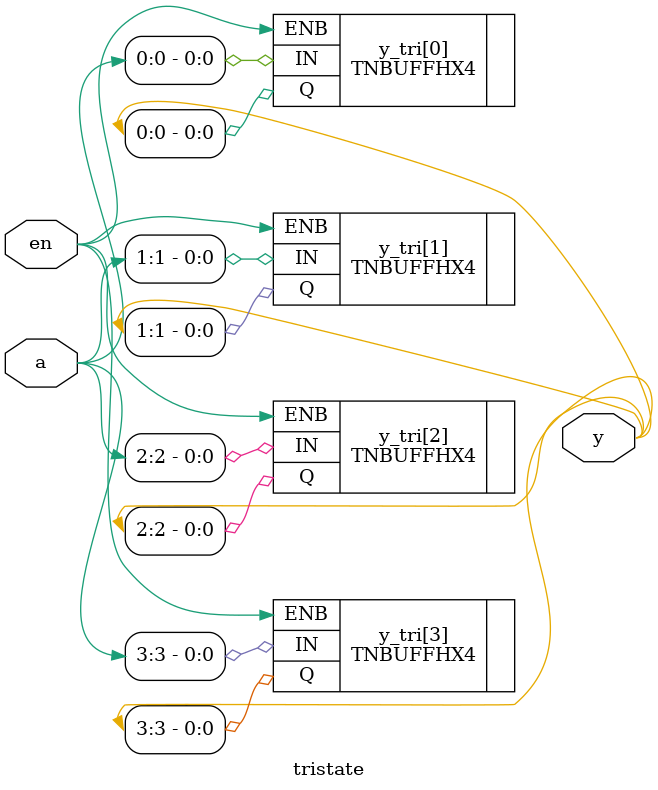
<source format=v>

module tristate ( en, a, y );
  input [3:0] a;
  output [3:0] y;
  input en;

  tri   [3:0] y;

  TNBUFFHX4 \y_tri[0]  ( .IN(a[0]), .ENB(en), .Q(y[0]) );
  TNBUFFHX4 \y_tri[1]  ( .IN(a[1]), .ENB(en), .Q(y[1]) );
  TNBUFFHX4 \y_tri[2]  ( .IN(a[2]), .ENB(en), .Q(y[2]) );
  TNBUFFHX4 \y_tri[3]  ( .IN(a[3]), .ENB(en), .Q(y[3]) );
endmodule


</source>
